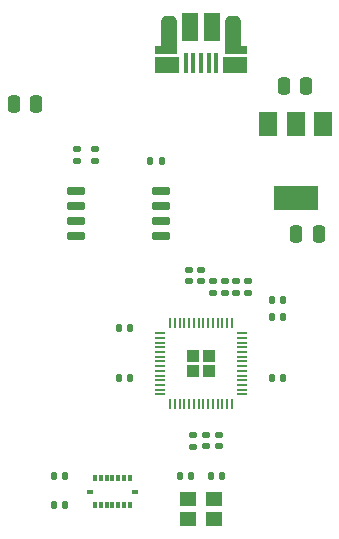
<source format=gbr>
G04 #@! TF.GenerationSoftware,KiCad,Pcbnew,8.0.1*
G04 #@! TF.CreationDate,2024-04-16T23:47:22-05:00*
G04 #@! TF.ProjectId,RP2040_minimal_r2,52503230-3430-45f6-9d69-6e696d616c5f,REV2*
G04 #@! TF.SameCoordinates,Original*
G04 #@! TF.FileFunction,Paste,Top*
G04 #@! TF.FilePolarity,Positive*
%FSLAX46Y46*%
G04 Gerber Fmt 4.6, Leading zero omitted, Abs format (unit mm)*
G04 Created by KiCad (PCBNEW 8.0.1) date 2024-04-16 23:47:22*
%MOMM*%
%LPD*%
G01*
G04 APERTURE LIST*
G04 Aperture macros list*
%AMRoundRect*
0 Rectangle with rounded corners*
0 $1 Rounding radius*
0 $2 $3 $4 $5 $6 $7 $8 $9 X,Y pos of 4 corners*
0 Add a 4 corners polygon primitive as box body*
4,1,4,$2,$3,$4,$5,$6,$7,$8,$9,$2,$3,0*
0 Add four circle primitives for the rounded corners*
1,1,$1+$1,$2,$3*
1,1,$1+$1,$4,$5*
1,1,$1+$1,$6,$7*
1,1,$1+$1,$8,$9*
0 Add four rect primitives between the rounded corners*
20,1,$1+$1,$2,$3,$4,$5,0*
20,1,$1+$1,$4,$5,$6,$7,0*
20,1,$1+$1,$6,$7,$8,$9,0*
20,1,$1+$1,$8,$9,$2,$3,0*%
G04 Aperture macros list end*
%ADD10RoundRect,0.140000X-0.140000X-0.170000X0.140000X-0.170000X0.140000X0.170000X-0.140000X0.170000X0*%
%ADD11R,0.350000X0.590000*%
%ADD12R,0.590000X0.350000*%
%ADD13RoundRect,0.250000X-0.250000X-0.475000X0.250000X-0.475000X0.250000X0.475000X-0.250000X0.475000X0*%
%ADD14R,0.400000X1.750000*%
%ADD15R,1.825000X0.700000*%
%ADD16R,2.000000X1.460000*%
%ADD17RoundRect,0.384800X0.265200X1.240200X-0.265200X1.240200X-0.265200X-1.240200X0.265200X-1.240200X0*%
%ADD18R,1.425000X2.400000*%
%ADD19RoundRect,0.140000X0.170000X-0.140000X0.170000X0.140000X-0.170000X0.140000X-0.170000X-0.140000X0*%
%ADD20RoundRect,0.140000X0.140000X0.170000X-0.140000X0.170000X-0.140000X-0.170000X0.140000X-0.170000X0*%
%ADD21RoundRect,0.135000X-0.185000X0.135000X-0.185000X-0.135000X0.185000X-0.135000X0.185000X0.135000X0*%
%ADD22R,1.500000X2.000000*%
%ADD23R,3.800000X2.000000*%
%ADD24RoundRect,0.150000X-0.650000X-0.150000X0.650000X-0.150000X0.650000X0.150000X-0.650000X0.150000X0*%
%ADD25RoundRect,0.135000X0.185000X-0.135000X0.185000X0.135000X-0.185000X0.135000X-0.185000X-0.135000X0*%
%ADD26RoundRect,0.140000X-0.170000X0.140000X-0.170000X-0.140000X0.170000X-0.140000X0.170000X0.140000X0*%
%ADD27RoundRect,0.250000X-0.292217X-0.292217X0.292217X-0.292217X0.292217X0.292217X-0.292217X0.292217X0*%
%ADD28RoundRect,0.050000X-0.387500X-0.050000X0.387500X-0.050000X0.387500X0.050000X-0.387500X0.050000X0*%
%ADD29RoundRect,0.050000X-0.050000X-0.387500X0.050000X-0.387500X0.050000X0.387500X-0.050000X0.387500X0*%
%ADD30R,1.400000X1.200000*%
G04 APERTURE END LIST*
D10*
X87540000Y-112000000D03*
X88500000Y-112000000D03*
X87520000Y-109500000D03*
X88480000Y-109500000D03*
D11*
X94000000Y-109670000D03*
X93500000Y-109670000D03*
X93000000Y-109670000D03*
X92500000Y-109670000D03*
X92000000Y-109670000D03*
X91500000Y-109670000D03*
X91000000Y-109670000D03*
D12*
X90585000Y-110835000D03*
D11*
X91000000Y-112000000D03*
X91500000Y-112000000D03*
X92000000Y-112000000D03*
X92500000Y-112000000D03*
X93000000Y-112000000D03*
X93500000Y-112000000D03*
X94000000Y-112000000D03*
D12*
X94415000Y-110835000D03*
D13*
X108075000Y-89000000D03*
X109975000Y-89000000D03*
D14*
X101300000Y-74525000D03*
X100650000Y-74525000D03*
X100000000Y-74525000D03*
X99350000Y-74525000D03*
X98700000Y-74525000D03*
D15*
X102987500Y-73400000D03*
D16*
X102900000Y-74730000D03*
D17*
X102725000Y-72125000D03*
D18*
X100962500Y-71500000D03*
X99037500Y-71500000D03*
D17*
X97275000Y-72125000D03*
D16*
X97100000Y-74730000D03*
D15*
X97012500Y-73400000D03*
D19*
X104000000Y-93995000D03*
X104000000Y-93035000D03*
X103000000Y-93995000D03*
X103000000Y-93035000D03*
D20*
X93995000Y-101200000D03*
X93035000Y-101200000D03*
X96665000Y-82830000D03*
X95705000Y-82830000D03*
D21*
X89500000Y-81805000D03*
X89500000Y-82825000D03*
D22*
X110300000Y-79700000D03*
X108000000Y-79700000D03*
D23*
X108000000Y-86000000D03*
D22*
X105700000Y-79700000D03*
D24*
X89450000Y-85370000D03*
X89450000Y-86640000D03*
X89450000Y-87910000D03*
X89450000Y-89180000D03*
X96650000Y-89180000D03*
X96650000Y-87910000D03*
X96650000Y-86640000D03*
X96650000Y-85370000D03*
D25*
X91000000Y-82825000D03*
X91000000Y-81805000D03*
D19*
X100000000Y-92995000D03*
X100000000Y-92035000D03*
D10*
X106005000Y-101200000D03*
X106965000Y-101200000D03*
D26*
X100381000Y-106005000D03*
X100381000Y-106965000D03*
D21*
X101000000Y-93005000D03*
X101000000Y-94025000D03*
D26*
X101500000Y-106005000D03*
X101500000Y-106965000D03*
D13*
X106987500Y-76500000D03*
X108887500Y-76500000D03*
D20*
X93995000Y-97000000D03*
X93035000Y-97000000D03*
D10*
X106005000Y-94600000D03*
X106965000Y-94600000D03*
D27*
X99362500Y-99362500D03*
X99362500Y-100637500D03*
X100637500Y-99362500D03*
X100637500Y-100637500D03*
D28*
X96562500Y-97400000D03*
X96562500Y-97800000D03*
X96562500Y-98200000D03*
X96562500Y-98600000D03*
X96562500Y-99000000D03*
X96562500Y-99400000D03*
X96562500Y-99800000D03*
X96562500Y-100200000D03*
X96562500Y-100600000D03*
X96562500Y-101000000D03*
X96562500Y-101400000D03*
X96562500Y-101800000D03*
X96562500Y-102200000D03*
X96562500Y-102600000D03*
D29*
X97400000Y-103437500D03*
X97800000Y-103437500D03*
X98200000Y-103437500D03*
X98600000Y-103437500D03*
X99000000Y-103437500D03*
X99400000Y-103437500D03*
X99800000Y-103437500D03*
X100200000Y-103437500D03*
X100600000Y-103437500D03*
X101000000Y-103437500D03*
X101400000Y-103437500D03*
X101800000Y-103437500D03*
X102200000Y-103437500D03*
X102600000Y-103437500D03*
D28*
X103437500Y-102600000D03*
X103437500Y-102200000D03*
X103437500Y-101800000D03*
X103437500Y-101400000D03*
X103437500Y-101000000D03*
X103437500Y-100600000D03*
X103437500Y-100200000D03*
X103437500Y-99800000D03*
X103437500Y-99400000D03*
X103437500Y-99000000D03*
X103437500Y-98600000D03*
X103437500Y-98200000D03*
X103437500Y-97800000D03*
X103437500Y-97400000D03*
D29*
X102600000Y-96562500D03*
X102200000Y-96562500D03*
X101800000Y-96562500D03*
X101400000Y-96562500D03*
X101000000Y-96562500D03*
X100600000Y-96562500D03*
X100200000Y-96562500D03*
X99800000Y-96562500D03*
X99400000Y-96562500D03*
X99000000Y-96562500D03*
X98600000Y-96562500D03*
X98200000Y-96562500D03*
X97800000Y-96562500D03*
X97400000Y-96562500D03*
D21*
X102000000Y-93005000D03*
X102000000Y-94025000D03*
D19*
X99000000Y-92995000D03*
X99000000Y-92035000D03*
D10*
X106005000Y-96000000D03*
X106965000Y-96000000D03*
D13*
X84165000Y-78000000D03*
X86065000Y-78000000D03*
D20*
X99180000Y-109500000D03*
X98220000Y-109500000D03*
D10*
X100820000Y-109500000D03*
X101780000Y-109500000D03*
D30*
X98900000Y-113150000D03*
X101100000Y-113150000D03*
X101100000Y-111450000D03*
X98900000Y-111450000D03*
D21*
X99300000Y-105990000D03*
X99300000Y-107010000D03*
M02*

</source>
